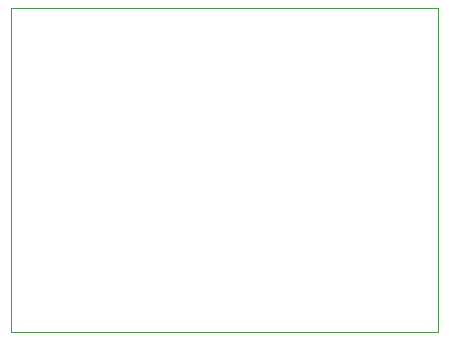
<source format=gbr>
G04 #@! TF.GenerationSoftware,KiCad,Pcbnew,(5.1.4)-1*
G04 #@! TF.CreationDate,2019-09-08T23:13:04+02:00*
G04 #@! TF.ProjectId,wanhao extruder pcb,77616e68-616f-4206-9578-747275646572,rev?*
G04 #@! TF.SameCoordinates,PXbb169cePY653deea*
G04 #@! TF.FileFunction,Profile,NP*
%FSLAX46Y46*%
G04 Gerber Fmt 4.6, Leading zero omitted, Abs format (unit mm)*
G04 Created by KiCad (PCBNEW (5.1.4)-1) date 2019-09-08 23:13:04*
%MOMM*%
%LPD*%
G04 APERTURE LIST*
%ADD10C,0.100000*%
G04 APERTURE END LIST*
D10*
X-36156334Y0D02*
X-36156334Y27419850D01*
X0Y0D02*
X-36156334Y0D01*
X0Y27419850D02*
X0Y0D01*
X-36156334Y27419850D02*
X0Y27419850D01*
M02*

</source>
